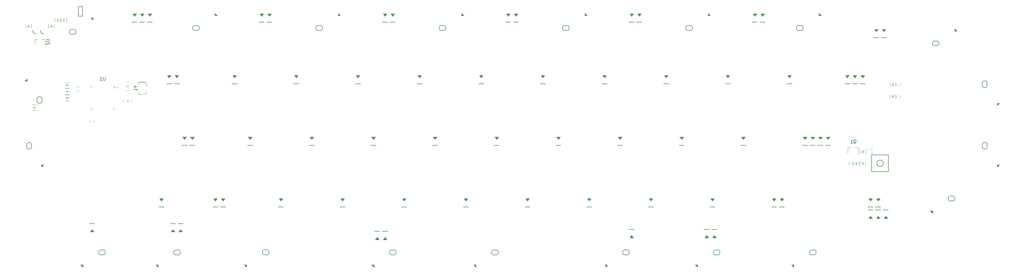
<source format=gbr>
%TF.GenerationSoftware,KiCad,Pcbnew,(5.1.11)-1*%
%TF.CreationDate,2022-07-12T18:19:22+07:00*%
%TF.ProjectId,Malenia,4d616c65-6e69-4612-9e6b-696361645f70,rev?*%
%TF.SameCoordinates,Original*%
%TF.FileFunction,Legend,Bot*%
%TF.FilePolarity,Positive*%
%FSLAX46Y46*%
G04 Gerber Fmt 4.6, Leading zero omitted, Abs format (unit mm)*
G04 Created by KiCad (PCBNEW (5.1.11)-1) date 2022-07-12 18:19:22*
%MOMM*%
%LPD*%
G01*
G04 APERTURE LIST*
%ADD10C,0.120000*%
%ADD11C,0.100000*%
%ADD12C,0.150000*%
G04 APERTURE END LIST*
D10*
%TO.C,R13*%
X297720000Y-61400000D02*
X297720000Y-62600000D01*
X299480000Y-62600000D02*
X299480000Y-61400000D01*
D11*
X298800000Y-61850000D02*
X298400000Y-61750000D01*
X298400000Y-61950000D02*
X298800000Y-61850000D01*
X298400000Y-62150000D02*
X298800000Y-62050000D01*
X298400000Y-62350000D02*
X298800000Y-62250000D01*
X298800000Y-62250000D02*
X298400000Y-62150000D01*
X298400000Y-61750000D02*
X298800000Y-61650000D01*
X298800000Y-62050000D02*
X298400000Y-61950000D01*
D10*
%TO.C,R12*%
X297720000Y-65000000D02*
X297720000Y-66200000D01*
X299480000Y-66200000D02*
X299480000Y-65000000D01*
D11*
X298800000Y-65450000D02*
X298400000Y-65350000D01*
X298400000Y-65550000D02*
X298800000Y-65450000D01*
X298400000Y-65750000D02*
X298800000Y-65650000D01*
X298400000Y-65950000D02*
X298800000Y-65850000D01*
X298800000Y-65850000D02*
X298400000Y-65750000D01*
X298400000Y-65350000D02*
X298800000Y-65250000D01*
X298800000Y-65650000D02*
X298400000Y-65550000D01*
D10*
%TO.C,C12*%
X299800000Y-61650000D02*
X299800000Y-62350000D01*
X301000000Y-62350000D02*
X301000000Y-61650000D01*
%TO.C,C11*%
X299800000Y-65250000D02*
X299800000Y-65950000D01*
X301000000Y-65950000D02*
X301000000Y-65250000D01*
%TO.C,C10*%
X284972790Y-85970355D02*
X284972790Y-86670355D01*
X286172790Y-86670355D02*
X286172790Y-85970355D01*
%TO.C,Q1*%
X287996215Y-83850000D02*
X287996215Y-81450000D01*
X287996215Y-81450000D02*
X286946215Y-81450000D01*
X284696215Y-83250000D02*
X284696215Y-81450000D01*
X284696215Y-81450000D02*
X285746215Y-81450000D01*
%TO.C,R11*%
X32737340Y-69936220D02*
X33937340Y-69936220D01*
X33937340Y-68176220D02*
X32737340Y-68176220D01*
D11*
X33187340Y-68856220D02*
X33087340Y-69256220D01*
X33287340Y-69256220D02*
X33187340Y-68856220D01*
X33487340Y-69256220D02*
X33387340Y-68856220D01*
X33687340Y-69256220D02*
X33587340Y-68856220D01*
X33587340Y-68856220D02*
X33487340Y-69256220D01*
X33087340Y-69256220D02*
X32987340Y-68856220D01*
X33387340Y-68856220D02*
X33287340Y-69256220D01*
D12*
%TO.C,D95*%
X32486280Y-81393940D02*
X32486280Y-80393940D01*
X31986280Y-79893940D02*
X31486280Y-79893940D01*
X30986280Y-80393940D02*
X30986280Y-81393940D01*
X31486280Y-81893940D02*
X31986280Y-81893940D01*
D11*
G36*
X35536280Y-87543940D02*
G01*
X35536280Y-86743940D01*
X36336280Y-86743940D01*
X35536280Y-87543940D01*
G37*
X35536280Y-87543940D02*
X35536280Y-86743940D01*
X36336280Y-86743940D01*
X35536280Y-87543940D01*
D12*
X31486280Y-79893940D02*
G75*
G03*
X30986280Y-80393940I0J-500000D01*
G01*
X30986280Y-81393940D02*
G75*
G03*
X31486280Y-81893940I500000J0D01*
G01*
X31986280Y-81893940D02*
G75*
G03*
X32486280Y-81393940I0J500000D01*
G01*
X32486280Y-80393940D02*
G75*
G03*
X31986280Y-79893940I-500000J0D01*
G01*
%TO.C,D94*%
X53741045Y-114640950D02*
X54741045Y-114640950D01*
X55241045Y-114140950D02*
X55241045Y-113640950D01*
X54741045Y-113140950D02*
X53741045Y-113140950D01*
X53241045Y-113640950D02*
X53241045Y-114140950D01*
D11*
G36*
X47591045Y-117690950D02*
G01*
X48391045Y-117690950D01*
X48391045Y-118490950D01*
X47591045Y-117690950D01*
G37*
X47591045Y-117690950D02*
X48391045Y-117690950D01*
X48391045Y-118490950D01*
X47591045Y-117690950D01*
D12*
X55241045Y-113640950D02*
G75*
G03*
X54741045Y-113140950I-500000J0D01*
G01*
X53741045Y-113140950D02*
G75*
G03*
X53241045Y-113640950I0J-500000D01*
G01*
X53241045Y-114140950D02*
G75*
G03*
X53741045Y-114640950I500000J0D01*
G01*
X54741045Y-114640950D02*
G75*
G03*
X55241045Y-114140950I0J500000D01*
G01*
%TO.C,D93*%
X76958330Y-114640950D02*
X77958330Y-114640950D01*
X78458330Y-114140950D02*
X78458330Y-113640950D01*
X77958330Y-113140950D02*
X76958330Y-113140950D01*
X76458330Y-113640950D02*
X76458330Y-114140950D01*
D11*
G36*
X70808330Y-117690950D02*
G01*
X71608330Y-117690950D01*
X71608330Y-118490950D01*
X70808330Y-117690950D01*
G37*
X70808330Y-117690950D02*
X71608330Y-117690950D01*
X71608330Y-118490950D01*
X70808330Y-117690950D01*
D12*
X78458330Y-113640950D02*
G75*
G03*
X77958330Y-113140950I-500000J0D01*
G01*
X76958330Y-113140950D02*
G75*
G03*
X76458330Y-113640950I0J-500000D01*
G01*
X76458330Y-114140950D02*
G75*
G03*
X76958330Y-114640950I500000J0D01*
G01*
X77958330Y-114640950D02*
G75*
G03*
X78458330Y-114140950I0J500000D01*
G01*
D11*
%TO.C,D92*%
G36*
X98192820Y-117690950D02*
G01*
X98992820Y-117690950D01*
X98992820Y-118490950D01*
X98192820Y-117690950D01*
G37*
X98192820Y-117690950D02*
X98992820Y-117690950D01*
X98992820Y-118490950D01*
X98192820Y-117690950D01*
D12*
X103842820Y-113640950D02*
X103842820Y-114140950D01*
X105342820Y-113140950D02*
X104342820Y-113140950D01*
X105842820Y-114140950D02*
X105842820Y-113640950D01*
X104342820Y-114640950D02*
X105342820Y-114640950D01*
X105342820Y-114640950D02*
G75*
G03*
X105842820Y-114140950I0J500000D01*
G01*
X103842820Y-114140950D02*
G75*
G03*
X104342820Y-114640950I500000J0D01*
G01*
X104342820Y-113140950D02*
G75*
G03*
X103842820Y-113640950I0J-500000D01*
G01*
X105842820Y-113640950D02*
G75*
G03*
X105342820Y-113140950I-500000J0D01*
G01*
D11*
%TO.C,D91*%
G36*
X137483610Y-117690950D02*
G01*
X138283610Y-117690950D01*
X138283610Y-118490950D01*
X137483610Y-117690950D01*
G37*
X137483610Y-117690950D02*
X138283610Y-117690950D01*
X138283610Y-118490950D01*
X137483610Y-117690950D01*
D12*
X143133610Y-113640950D02*
X143133610Y-114140950D01*
X144633610Y-113140950D02*
X143633610Y-113140950D01*
X145133610Y-114140950D02*
X145133610Y-113640950D01*
X143633610Y-114640950D02*
X144633610Y-114640950D01*
X144633610Y-114640950D02*
G75*
G03*
X145133610Y-114140950I0J500000D01*
G01*
X143133610Y-114140950D02*
G75*
G03*
X143633610Y-114640950I500000J0D01*
G01*
X143633610Y-113140950D02*
G75*
G03*
X143133610Y-113640950I0J-500000D01*
G01*
X145133610Y-113640950D02*
G75*
G03*
X144633610Y-113140950I-500000J0D01*
G01*
D11*
%TO.C,D90*%
G36*
X169035305Y-117690950D02*
G01*
X169835305Y-117690950D01*
X169835305Y-118490950D01*
X169035305Y-117690950D01*
G37*
X169035305Y-117690950D02*
X169835305Y-117690950D01*
X169835305Y-118490950D01*
X169035305Y-117690950D01*
D12*
X174685305Y-113640950D02*
X174685305Y-114140950D01*
X176185305Y-113140950D02*
X175185305Y-113140950D01*
X176685305Y-114140950D02*
X176685305Y-113640950D01*
X175185305Y-114640950D02*
X176185305Y-114640950D01*
X176185305Y-114640950D02*
G75*
G03*
X176685305Y-114140950I0J500000D01*
G01*
X174685305Y-114140950D02*
G75*
G03*
X175185305Y-114640950I500000J0D01*
G01*
X175185305Y-113140950D02*
G75*
G03*
X174685305Y-113640950I0J-500000D01*
G01*
X176685305Y-113640950D02*
G75*
G03*
X176185305Y-113140950I-500000J0D01*
G01*
D11*
%TO.C,D89*%
G36*
X209516725Y-117690950D02*
G01*
X210316725Y-117690950D01*
X210316725Y-118490950D01*
X209516725Y-117690950D01*
G37*
X209516725Y-117690950D02*
X210316725Y-117690950D01*
X210316725Y-118490950D01*
X209516725Y-117690950D01*
D12*
X215166725Y-113640950D02*
X215166725Y-114140950D01*
X216666725Y-113140950D02*
X215666725Y-113140950D01*
X217166725Y-114140950D02*
X217166725Y-113640950D01*
X215666725Y-114640950D02*
X216666725Y-114640950D01*
X216666725Y-114640950D02*
G75*
G03*
X217166725Y-114140950I0J500000D01*
G01*
X215166725Y-114140950D02*
G75*
G03*
X215666725Y-114640950I500000J0D01*
G01*
X215666725Y-113140950D02*
G75*
G03*
X215166725Y-113640950I0J-500000D01*
G01*
X217166725Y-113640950D02*
G75*
G03*
X216666725Y-113140950I-500000J0D01*
G01*
D11*
%TO.C,D88*%
G36*
X237497570Y-117690950D02*
G01*
X238297570Y-117690950D01*
X238297570Y-118490950D01*
X237497570Y-117690950D01*
G37*
X237497570Y-117690950D02*
X238297570Y-117690950D01*
X238297570Y-118490950D01*
X237497570Y-117690950D01*
D12*
X243147570Y-113640950D02*
X243147570Y-114140950D01*
X244647570Y-113140950D02*
X243647570Y-113140950D01*
X245147570Y-114140950D02*
X245147570Y-113640950D01*
X243647570Y-114640950D02*
X244647570Y-114640950D01*
X244647570Y-114640950D02*
G75*
G03*
X245147570Y-114140950I0J500000D01*
G01*
X243147570Y-114140950D02*
G75*
G03*
X243647570Y-114640950I500000J0D01*
G01*
X243647570Y-113140950D02*
G75*
G03*
X243147570Y-113640950I0J-500000D01*
G01*
X245147570Y-113640950D02*
G75*
G03*
X244647570Y-113140950I-500000J0D01*
G01*
D11*
%TO.C,D87*%
G36*
X267263320Y-117690950D02*
G01*
X268063320Y-117690950D01*
X268063320Y-118490950D01*
X267263320Y-117690950D01*
G37*
X267263320Y-117690950D02*
X268063320Y-117690950D01*
X268063320Y-118490950D01*
X267263320Y-117690950D01*
D12*
X272913320Y-113640950D02*
X272913320Y-114140950D01*
X274413320Y-113140950D02*
X273413320Y-113140950D01*
X274913320Y-114140950D02*
X274913320Y-113640950D01*
X273413320Y-114640950D02*
X274413320Y-114640950D01*
X274413320Y-114640950D02*
G75*
G03*
X274913320Y-114140950I0J500000D01*
G01*
X272913320Y-114140950D02*
G75*
G03*
X273413320Y-114640950I500000J0D01*
G01*
X273413320Y-113140950D02*
G75*
G03*
X272913320Y-113640950I0J-500000D01*
G01*
X274913320Y-113640950D02*
G75*
G03*
X274413320Y-113140950I-500000J0D01*
G01*
D11*
%TO.C,D86*%
G36*
X310124960Y-101022130D02*
G01*
X310924960Y-101022130D01*
X310924960Y-101822130D01*
X310124960Y-101022130D01*
G37*
X310124960Y-101022130D02*
X310924960Y-101022130D01*
X310924960Y-101822130D01*
X310124960Y-101022130D01*
D12*
X315774960Y-96972130D02*
X315774960Y-97472130D01*
X317274960Y-96472130D02*
X316274960Y-96472130D01*
X317774960Y-97472130D02*
X317774960Y-96972130D01*
X316274960Y-97972130D02*
X317274960Y-97972130D01*
X317274960Y-97972130D02*
G75*
G03*
X317774960Y-97472130I0J500000D01*
G01*
X315774960Y-97472130D02*
G75*
G03*
X316274960Y-97972130I500000J0D01*
G01*
X316274960Y-96472130D02*
G75*
G03*
X315774960Y-96972130I0J-500000D01*
G01*
X317774960Y-96972130D02*
G75*
G03*
X317274960Y-96472130I-500000J0D01*
G01*
D11*
%TO.C,D85*%
G36*
X330812520Y-87543940D02*
G01*
X330812520Y-86743940D01*
X331612520Y-86743940D01*
X330812520Y-87543940D01*
G37*
X330812520Y-87543940D02*
X330812520Y-86743940D01*
X331612520Y-86743940D01*
X330812520Y-87543940D01*
D12*
X326762520Y-81893940D02*
X327262520Y-81893940D01*
X326262520Y-80393940D02*
X326262520Y-81393940D01*
X327262520Y-79893940D02*
X326762520Y-79893940D01*
X327762520Y-81393940D02*
X327762520Y-80393940D01*
X327762520Y-80393940D02*
G75*
G03*
X327262520Y-79893940I-500000J0D01*
G01*
X327262520Y-81893940D02*
G75*
G03*
X327762520Y-81393940I0J500000D01*
G01*
X326262520Y-81393940D02*
G75*
G03*
X326762520Y-81893940I500000J0D01*
G01*
X326762520Y-79893940D02*
G75*
G03*
X326262520Y-80393940I0J-500000D01*
G01*
D11*
%TO.C,D84*%
G36*
X330812520Y-68493860D02*
G01*
X330812520Y-67693860D01*
X331612520Y-67693860D01*
X330812520Y-68493860D01*
G37*
X330812520Y-68493860D02*
X330812520Y-67693860D01*
X331612520Y-67693860D01*
X330812520Y-68493860D01*
D12*
X326762520Y-62843860D02*
X327262520Y-62843860D01*
X326262520Y-61343860D02*
X326262520Y-62343860D01*
X327262520Y-60843860D02*
X326762520Y-60843860D01*
X327762520Y-62343860D02*
X327762520Y-61343860D01*
X327762520Y-61343860D02*
G75*
G03*
X327262520Y-60843860I-500000J0D01*
G01*
X327262520Y-62843860D02*
G75*
G03*
X327762520Y-62343860I0J500000D01*
G01*
X326262520Y-62343860D02*
G75*
G03*
X326762520Y-62843860I500000J0D01*
G01*
X326762520Y-60843860D02*
G75*
G03*
X326262520Y-61343860I0J-500000D01*
G01*
D11*
%TO.C,D83*%
G36*
X318524960Y-45425040D02*
G01*
X317724960Y-45425040D01*
X317724960Y-44625040D01*
X318524960Y-45425040D01*
G37*
X318524960Y-45425040D02*
X317724960Y-45425040D01*
X317724960Y-44625040D01*
X318524960Y-45425040D01*
D12*
X312874960Y-49475040D02*
X312874960Y-48975040D01*
X311374960Y-49975040D02*
X312374960Y-49975040D01*
X310874960Y-48975040D02*
X310874960Y-49475040D01*
X312374960Y-48475040D02*
X311374960Y-48475040D01*
X311374960Y-48475040D02*
G75*
G03*
X310874960Y-48975040I0J-500000D01*
G01*
X312874960Y-48975040D02*
G75*
G03*
X312374960Y-48475040I-500000J0D01*
G01*
X312374960Y-49975040D02*
G75*
G03*
X312874960Y-49475040I0J500000D01*
G01*
X310874960Y-49475040D02*
G75*
G03*
X311374960Y-49975040I500000J0D01*
G01*
D11*
%TO.C,D82*%
G36*
X276556586Y-40662288D02*
G01*
X275756586Y-40662288D01*
X275756586Y-39862288D01*
X276556586Y-40662288D01*
G37*
X276556586Y-40662288D02*
X275756586Y-40662288D01*
X275756586Y-39862288D01*
X276556586Y-40662288D01*
D12*
X270906586Y-44712288D02*
X270906586Y-44212288D01*
X269406586Y-45212288D02*
X270406586Y-45212288D01*
X268906586Y-44212288D02*
X268906586Y-44712288D01*
X270406586Y-43712288D02*
X269406586Y-43712288D01*
X269406586Y-43712288D02*
G75*
G03*
X268906586Y-44212288I0J-500000D01*
G01*
X270906586Y-44212288D02*
G75*
G03*
X270406586Y-43712288I-500000J0D01*
G01*
X270406586Y-45212288D02*
G75*
G03*
X270906586Y-44712288I0J500000D01*
G01*
X268906586Y-44712288D02*
G75*
G03*
X269406586Y-45212288I500000J0D01*
G01*
D11*
%TO.C,D81*%
G36*
X242324940Y-40662280D02*
G01*
X241524940Y-40662280D01*
X241524940Y-39862280D01*
X242324940Y-40662280D01*
G37*
X242324940Y-40662280D02*
X241524940Y-40662280D01*
X241524940Y-39862280D01*
X242324940Y-40662280D01*
D12*
X236674940Y-44712280D02*
X236674940Y-44212280D01*
X235174940Y-45212280D02*
X236174940Y-45212280D01*
X234674940Y-44212280D02*
X234674940Y-44712280D01*
X236174940Y-43712280D02*
X235174940Y-43712280D01*
X235174940Y-43712280D02*
G75*
G03*
X234674940Y-44212280I0J-500000D01*
G01*
X236674940Y-44212280D02*
G75*
G03*
X236174940Y-43712280I-500000J0D01*
G01*
X236174940Y-45212280D02*
G75*
G03*
X236674940Y-44712280I0J500000D01*
G01*
X234674940Y-44712280D02*
G75*
G03*
X235174940Y-45212280I500000J0D01*
G01*
D11*
%TO.C,D80*%
G36*
X204224940Y-40662280D02*
G01*
X203424940Y-40662280D01*
X203424940Y-39862280D01*
X204224940Y-40662280D01*
G37*
X204224940Y-40662280D02*
X203424940Y-40662280D01*
X203424940Y-39862280D01*
X204224940Y-40662280D01*
D12*
X198574940Y-44712280D02*
X198574940Y-44212280D01*
X197074940Y-45212280D02*
X198074940Y-45212280D01*
X196574940Y-44212280D02*
X196574940Y-44712280D01*
X198074940Y-43712280D02*
X197074940Y-43712280D01*
X197074940Y-43712280D02*
G75*
G03*
X196574940Y-44212280I0J-500000D01*
G01*
X198574940Y-44212280D02*
G75*
G03*
X198074940Y-43712280I-500000J0D01*
G01*
X198074940Y-45212280D02*
G75*
G03*
X198574940Y-44712280I0J500000D01*
G01*
X196574940Y-44712280D02*
G75*
G03*
X197074940Y-45212280I500000J0D01*
G01*
D11*
%TO.C,D79*%
G36*
X166124940Y-40662280D02*
G01*
X165324940Y-40662280D01*
X165324940Y-39862280D01*
X166124940Y-40662280D01*
G37*
X166124940Y-40662280D02*
X165324940Y-40662280D01*
X165324940Y-39862280D01*
X166124940Y-40662280D01*
D12*
X160474940Y-44712280D02*
X160474940Y-44212280D01*
X158974940Y-45212280D02*
X159974940Y-45212280D01*
X158474940Y-44212280D02*
X158474940Y-44712280D01*
X159974940Y-43712280D02*
X158974940Y-43712280D01*
X158974940Y-43712280D02*
G75*
G03*
X158474940Y-44212280I0J-500000D01*
G01*
X160474940Y-44212280D02*
G75*
G03*
X159974940Y-43712280I-500000J0D01*
G01*
X159974940Y-45212280D02*
G75*
G03*
X160474940Y-44712280I0J500000D01*
G01*
X158474940Y-44712280D02*
G75*
G03*
X158974940Y-45212280I500000J0D01*
G01*
D11*
%TO.C,D78*%
G36*
X128024940Y-40662280D02*
G01*
X127224940Y-40662280D01*
X127224940Y-39862280D01*
X128024940Y-40662280D01*
G37*
X128024940Y-40662280D02*
X127224940Y-40662280D01*
X127224940Y-39862280D01*
X128024940Y-40662280D01*
D12*
X122374940Y-44712280D02*
X122374940Y-44212280D01*
X120874940Y-45212280D02*
X121874940Y-45212280D01*
X120374940Y-44212280D02*
X120374940Y-44712280D01*
X121874940Y-43712280D02*
X120874940Y-43712280D01*
X120874940Y-43712280D02*
G75*
G03*
X120374940Y-44212280I0J-500000D01*
G01*
X122374940Y-44212280D02*
G75*
G03*
X121874940Y-43712280I-500000J0D01*
G01*
X121874940Y-45212280D02*
G75*
G03*
X122374940Y-44712280I0J500000D01*
G01*
X120374940Y-44712280D02*
G75*
G03*
X120874940Y-45212280I500000J0D01*
G01*
D11*
%TO.C,D77*%
G36*
X89924940Y-40662280D02*
G01*
X89124940Y-40662280D01*
X89124940Y-39862280D01*
X89924940Y-40662280D01*
G37*
X89924940Y-40662280D02*
X89124940Y-40662280D01*
X89124940Y-39862280D01*
X89924940Y-40662280D01*
D12*
X84274940Y-44712280D02*
X84274940Y-44212280D01*
X82774940Y-45212280D02*
X83774940Y-45212280D01*
X82274940Y-44212280D02*
X82274940Y-44712280D01*
X83774940Y-43712280D02*
X82774940Y-43712280D01*
X82774940Y-43712280D02*
G75*
G03*
X82274940Y-44212280I0J-500000D01*
G01*
X84274940Y-44212280D02*
G75*
G03*
X83774940Y-43712280I-500000J0D01*
G01*
X83774940Y-45212280D02*
G75*
G03*
X84274940Y-44712280I0J500000D01*
G01*
X82274940Y-44712280D02*
G75*
G03*
X82774940Y-45212280I500000J0D01*
G01*
D11*
%TO.C,D76*%
G36*
X51825056Y-41853160D02*
G01*
X51025056Y-41853160D01*
X51025056Y-41053160D01*
X51825056Y-41853160D01*
G37*
X51825056Y-41853160D02*
X51025056Y-41853160D01*
X51025056Y-41053160D01*
X51825056Y-41853160D01*
D12*
X46175056Y-45903160D02*
X46175056Y-45403160D01*
X44675056Y-46403160D02*
X45675056Y-46403160D01*
X44175056Y-45403160D02*
X44175056Y-45903160D01*
X45675056Y-44903160D02*
X44675056Y-44903160D01*
X44675056Y-44903160D02*
G75*
G03*
X44175056Y-45403160I0J-500000D01*
G01*
X46175056Y-45403160D02*
G75*
G03*
X45675056Y-44903160I-500000J0D01*
G01*
X45675056Y-46403160D02*
G75*
G03*
X46175056Y-45903160I0J500000D01*
G01*
X44175056Y-45903160D02*
G75*
G03*
X44675056Y-46403160I500000J0D01*
G01*
D11*
%TO.C,D75*%
G36*
X31137220Y-60093620D02*
G01*
X31137220Y-60893620D01*
X30337220Y-60893620D01*
X31137220Y-60093620D01*
G37*
X31137220Y-60093620D02*
X31137220Y-60893620D01*
X30337220Y-60893620D01*
X31137220Y-60093620D01*
D12*
X35187220Y-65743620D02*
X34687220Y-65743620D01*
X35687220Y-67243620D02*
X35687220Y-66243620D01*
X34687220Y-67743620D02*
X35187220Y-67743620D01*
X34187220Y-66243620D02*
X34187220Y-67243620D01*
X34187220Y-67243620D02*
G75*
G03*
X34687220Y-67743620I500000J0D01*
G01*
X34687220Y-65743620D02*
G75*
G03*
X34187220Y-66243620I0J-500000D01*
G01*
X35687220Y-66243620D02*
G75*
G03*
X35187220Y-65743620I-500000J0D01*
G01*
X35187220Y-67743620D02*
G75*
G03*
X35687220Y-67243620I0J500000D01*
G01*
D10*
%TO.C,Y1*%
X67875120Y-64903230D02*
X67875120Y-64103230D01*
X65475120Y-64903230D02*
X67475120Y-64903230D01*
X65475120Y-64103230D02*
X65475120Y-64903230D01*
X65475120Y-61303230D02*
X65475120Y-62303230D01*
X67475120Y-61303230D02*
X65475120Y-61303230D01*
X67875120Y-62303230D02*
X67875120Y-61303230D01*
X67875120Y-62303230D02*
X68275120Y-62303230D01*
X65475120Y-61103230D02*
X67475120Y-61103230D01*
X67475120Y-64903230D02*
X67875120Y-64903230D01*
X67475120Y-61303230D02*
X67875120Y-61303230D01*
X67475120Y-61103230D02*
X67875120Y-61103230D01*
%TO.C,R10*%
X44070535Y-61199686D02*
X42870535Y-61199686D01*
X42870535Y-62959686D02*
X44070535Y-62959686D01*
D11*
X43620535Y-62279686D02*
X43720535Y-61879686D01*
X43520535Y-61879686D02*
X43620535Y-62279686D01*
X43320535Y-61879686D02*
X43420535Y-62279686D01*
X43120535Y-61879686D02*
X43220535Y-62279686D01*
X43220535Y-62279686D02*
X43320535Y-61879686D01*
X43720535Y-61879686D02*
X43820535Y-62279686D01*
X43420535Y-62279686D02*
X43520535Y-61879686D01*
D12*
%TO.C,D73*%
X244282475Y-106742485D02*
X242682475Y-106742485D01*
D11*
G36*
X243482475Y-108542485D02*
G01*
X242882475Y-109342485D01*
X244082475Y-109342485D01*
X243482475Y-108542485D01*
G37*
X243482475Y-108542485D02*
X242882475Y-109342485D01*
X244082475Y-109342485D01*
X243482475Y-108542485D01*
D12*
%TO.C,D68*%
X297266710Y-100789335D02*
X295666710Y-100789335D01*
D11*
G36*
X296466710Y-102589335D02*
G01*
X295866710Y-103389335D01*
X297066710Y-103389335D01*
X296466710Y-102589335D01*
G37*
X296466710Y-102589335D02*
X295866710Y-103389335D01*
X297066710Y-103389335D01*
X296466710Y-102589335D01*
D12*
%TO.C,D67*%
X294885450Y-100789335D02*
X293285450Y-100789335D01*
D11*
G36*
X294085450Y-102589335D02*
G01*
X293485450Y-103389335D01*
X294685450Y-103389335D01*
X294085450Y-102589335D01*
G37*
X294085450Y-102589335D02*
X293485450Y-103389335D01*
X294685450Y-103389335D01*
X294085450Y-102589335D01*
D12*
%TO.C,D66*%
X292504050Y-100789175D02*
X290904050Y-100789175D01*
D11*
G36*
X291704050Y-102589175D02*
G01*
X291104050Y-103389175D01*
X292304050Y-103389175D01*
X291704050Y-102589175D01*
G37*
X291704050Y-102589175D02*
X291104050Y-103389175D01*
X292304050Y-103389175D01*
X291704050Y-102589175D01*
D12*
%TO.C,D65*%
X241901215Y-106742485D02*
X240301215Y-106742485D01*
D11*
G36*
X241101215Y-108542485D02*
G01*
X240501215Y-109342485D01*
X241701215Y-109342485D01*
X241101215Y-108542485D01*
G37*
X241101215Y-108542485D02*
X240501215Y-109342485D01*
X241701215Y-109342485D01*
X241101215Y-108542485D01*
D12*
%TO.C,D63*%
X218683930Y-106742485D02*
X217083930Y-106742485D01*
D11*
G36*
X217883930Y-108542485D02*
G01*
X217283930Y-109342485D01*
X218483930Y-109342485D01*
X217883930Y-108542485D01*
G37*
X217883930Y-108542485D02*
X217283930Y-109342485D01*
X218483930Y-109342485D01*
X217883930Y-108542485D01*
D12*
%TO.C,D62*%
X142483610Y-107337800D02*
X140883610Y-107337800D01*
D11*
G36*
X141683610Y-109137800D02*
G01*
X141083610Y-109937800D01*
X142283610Y-109937800D01*
X141683610Y-109137800D01*
G37*
X141683610Y-109137800D02*
X141083610Y-109937800D01*
X142283610Y-109937800D01*
X141683610Y-109137800D01*
D12*
%TO.C,D61*%
X140102350Y-107337800D02*
X138502350Y-107337800D01*
D11*
G36*
X139302350Y-109137800D02*
G01*
X138702350Y-109937800D01*
X139902350Y-109937800D01*
X139302350Y-109137800D01*
G37*
X139302350Y-109137800D02*
X138702350Y-109937800D01*
X139902350Y-109937800D01*
X139302350Y-109137800D01*
D12*
%TO.C,D59*%
X79381420Y-104956540D02*
X77781420Y-104956540D01*
D11*
G36*
X78581420Y-106756540D02*
G01*
X77981420Y-107556540D01*
X79181420Y-107556540D01*
X78581420Y-106756540D01*
G37*
X78581420Y-106756540D02*
X77981420Y-107556540D01*
X79181420Y-107556540D01*
X78581420Y-106756540D01*
D12*
%TO.C,D58*%
X77000160Y-104956540D02*
X75400160Y-104956540D01*
D11*
G36*
X76200160Y-106756540D02*
G01*
X75600160Y-107556540D01*
X76800160Y-107556540D01*
X76200160Y-106756540D01*
G37*
X76200160Y-106756540D02*
X75600160Y-107556540D01*
X76800160Y-107556540D01*
X76200160Y-106756540D01*
D12*
%TO.C,D57*%
X293285450Y-99831500D02*
X294885450Y-99831500D01*
D11*
G36*
X294085450Y-98031500D02*
G01*
X294685450Y-97231500D01*
X293485450Y-97231500D01*
X294085450Y-98031500D01*
G37*
X294085450Y-98031500D02*
X294685450Y-97231500D01*
X293485450Y-97231500D01*
X294085450Y-98031500D01*
D12*
%TO.C,D55*%
X290904190Y-99831500D02*
X292504190Y-99831500D01*
D11*
G36*
X291704190Y-98031500D02*
G01*
X292304190Y-97231500D01*
X291104190Y-97231500D01*
X291704190Y-98031500D01*
G37*
X291704190Y-98031500D02*
X292304190Y-97231500D01*
X291104190Y-97231500D01*
X291704190Y-98031500D01*
D12*
%TO.C,D54*%
X263519700Y-99831500D02*
X265119700Y-99831500D01*
D11*
G36*
X264319700Y-98031500D02*
G01*
X264919700Y-97231500D01*
X263719700Y-97231500D01*
X264319700Y-98031500D01*
G37*
X264319700Y-98031500D02*
X264919700Y-97231500D01*
X263719700Y-97231500D01*
X264319700Y-98031500D01*
D12*
%TO.C,D46*%
X108737800Y-99831500D02*
X110337800Y-99831500D01*
D11*
G36*
X109537800Y-98031500D02*
G01*
X110137800Y-97231500D01*
X108937800Y-97231500D01*
X109537800Y-98031500D01*
G37*
X109537800Y-98031500D02*
X110137800Y-97231500D01*
X108937800Y-97231500D01*
X109537800Y-98031500D01*
D12*
%TO.C,D42*%
X277807260Y-80781420D02*
X279407260Y-80781420D01*
D11*
G36*
X278607260Y-78981420D02*
G01*
X279207260Y-78181420D01*
X278007260Y-78181420D01*
X278607260Y-78981420D01*
G37*
X278607260Y-78981420D02*
X279207260Y-78181420D01*
X278007260Y-78181420D01*
X278607260Y-78981420D01*
D12*
%TO.C,D41*%
X288522930Y-61731340D02*
X290122930Y-61731340D01*
D11*
G36*
X289322930Y-59931340D02*
G01*
X289922930Y-59131340D01*
X288722930Y-59131340D01*
X289322930Y-59931340D01*
G37*
X289322930Y-59931340D02*
X289922930Y-59131340D01*
X288722930Y-59131340D01*
X289322930Y-59931340D01*
D12*
%TO.C,D40*%
X295071395Y-47443780D02*
X296671395Y-47443780D01*
D11*
G36*
X295871395Y-45643780D02*
G01*
X296471395Y-44843780D01*
X295271395Y-44843780D01*
X295871395Y-45643780D01*
G37*
X295871395Y-45643780D02*
X296471395Y-44843780D01*
X295271395Y-44843780D01*
X295871395Y-45643780D01*
D12*
%TO.C,D39*%
X275426000Y-80781420D02*
X277026000Y-80781420D01*
D11*
G36*
X276226000Y-78981420D02*
G01*
X276826000Y-78181420D01*
X275626000Y-78181420D01*
X276226000Y-78981420D01*
G37*
X276226000Y-78981420D02*
X276826000Y-78181420D01*
X275626000Y-78181420D01*
X276226000Y-78981420D01*
D12*
%TO.C,D38*%
X286141670Y-61731340D02*
X287741670Y-61731340D01*
D11*
G36*
X286941670Y-59931340D02*
G01*
X287541670Y-59131340D01*
X286341670Y-59131340D01*
X286941670Y-59931340D01*
G37*
X286941670Y-59931340D02*
X287541670Y-59131340D01*
X286341670Y-59131340D01*
X286941670Y-59931340D01*
D12*
%TO.C,D37*%
X292690135Y-47443780D02*
X294290135Y-47443780D01*
D11*
G36*
X293490135Y-45643780D02*
G01*
X294090135Y-44843780D01*
X292890135Y-44843780D01*
X293490135Y-45643780D01*
G37*
X293490135Y-45643780D02*
X294090135Y-44843780D01*
X292890135Y-44843780D01*
X293490135Y-45643780D01*
D12*
%TO.C,D36*%
X273044740Y-80781420D02*
X274644740Y-80781420D01*
D11*
G36*
X273844740Y-78981420D02*
G01*
X274444740Y-78181420D01*
X273244740Y-78181420D01*
X273844740Y-78981420D01*
G37*
X273844740Y-78981420D02*
X274444740Y-78181420D01*
X273244740Y-78181420D01*
X273844740Y-78981420D01*
D12*
%TO.C,D7*%
X68256380Y-42681260D02*
X69856380Y-42681260D01*
D11*
G36*
X69056380Y-40881260D02*
G01*
X69656380Y-40081260D01*
X68456380Y-40081260D01*
X69056380Y-40881260D01*
G37*
X69056380Y-40881260D02*
X69656380Y-40081260D01*
X68456380Y-40081260D01*
X69056380Y-40881260D01*
D12*
%TO.C,D5*%
X76590790Y-61731340D02*
X78190790Y-61731340D01*
D11*
G36*
X77390790Y-59931340D02*
G01*
X77990790Y-59131340D01*
X76790790Y-59131340D01*
X77390790Y-59931340D01*
G37*
X77390790Y-59931340D02*
X77990790Y-59131340D01*
X76790790Y-59131340D01*
X77390790Y-59931340D01*
D12*
%TO.C,D2*%
X74209530Y-61731340D02*
X75809530Y-61731340D01*
D11*
G36*
X75009530Y-59931340D02*
G01*
X75609530Y-59131340D01*
X74409530Y-59131340D01*
X75009530Y-59931340D01*
G37*
X75009530Y-59931340D02*
X75609530Y-59131340D01*
X74409530Y-59131340D01*
X75009530Y-59931340D01*
D12*
%TO.C,SW1*%
X292080625Y-88920355D02*
X297280625Y-88920355D01*
X297280625Y-88920355D02*
X297280625Y-83720355D01*
X297280625Y-83720355D02*
X292080625Y-83720355D01*
X292080625Y-83720355D02*
X292080625Y-88920355D01*
X295680625Y-86320355D02*
G75*
G03*
X295680625Y-86320355I-1000000J0D01*
G01*
D11*
%TO.C,R5*%
X287122790Y-86270355D02*
X287522790Y-86370355D01*
X287522790Y-86570355D02*
X287122790Y-86670355D01*
X287122790Y-86070355D02*
X287522790Y-86170355D01*
X287522790Y-85970355D02*
X287122790Y-86070355D01*
X287522790Y-86170355D02*
X287122790Y-86270355D01*
X287522790Y-86370355D02*
X287122790Y-86470355D01*
X287122790Y-86470355D02*
X287522790Y-86570355D01*
D10*
X286442790Y-85720355D02*
X286442790Y-86920355D01*
X288202790Y-86920355D02*
X288202790Y-85720355D01*
D11*
%TO.C,R4*%
X289522790Y-86370355D02*
X289122790Y-86270355D01*
X289122790Y-86070355D02*
X289522790Y-85970355D01*
X289522790Y-86570355D02*
X289122790Y-86470355D01*
X289122790Y-86670355D02*
X289522790Y-86570355D01*
X289122790Y-86470355D02*
X289522790Y-86370355D01*
X289122790Y-86270355D02*
X289522790Y-86170355D01*
X289522790Y-86170355D02*
X289122790Y-86070355D01*
D10*
X290202790Y-86920355D02*
X290202790Y-85720355D01*
X288442790Y-85720355D02*
X288442790Y-86920355D01*
D11*
%TO.C,R3*%
X289522790Y-82798465D02*
X289122790Y-82698465D01*
X289122790Y-82498465D02*
X289522790Y-82398465D01*
X289522790Y-82998465D02*
X289122790Y-82898465D01*
X289122790Y-83098465D02*
X289522790Y-82998465D01*
X289122790Y-82898465D02*
X289522790Y-82798465D01*
X289122790Y-82698465D02*
X289522790Y-82598465D01*
X289522790Y-82598465D02*
X289122790Y-82498465D01*
D10*
X290202790Y-83348465D02*
X290202790Y-82148465D01*
X288442790Y-82148465D02*
X288442790Y-83348465D01*
D12*
%TO.C,D72*%
X261138300Y-99831340D02*
X262738300Y-99831340D01*
D11*
G36*
X261938300Y-98031340D02*
G01*
X262538300Y-97231340D01*
X261338300Y-97231340D01*
X261938300Y-98031340D01*
G37*
X261938300Y-98031340D02*
X262538300Y-97231340D01*
X261338300Y-97231340D01*
X261938300Y-98031340D01*
D12*
%TO.C,D71*%
X270662600Y-80781420D02*
X272262600Y-80781420D01*
D11*
G36*
X271462600Y-78981420D02*
G01*
X272062600Y-78181420D01*
X270862600Y-78181420D01*
X271462600Y-78981420D01*
G37*
X271462600Y-78981420D02*
X272062600Y-78181420D01*
X270862600Y-78181420D01*
X271462600Y-78981420D01*
D12*
%TO.C,D70*%
X265900240Y-61731340D02*
X267500240Y-61731340D01*
D11*
G36*
X266700240Y-59931340D02*
G01*
X267300240Y-59131340D01*
X266100240Y-59131340D01*
X266700240Y-59931340D01*
G37*
X266700240Y-59931340D02*
X267300240Y-59131340D01*
X266100240Y-59131340D01*
X266700240Y-59931340D01*
D12*
%TO.C,D56*%
X51996770Y-104956540D02*
X50396770Y-104956540D01*
D11*
G36*
X51196770Y-106756540D02*
G01*
X50596770Y-107556540D01*
X51796770Y-107556540D01*
X51196770Y-106756540D01*
G37*
X51196770Y-106756540D02*
X50596770Y-107556540D01*
X51796770Y-107556540D01*
X51196770Y-106756540D01*
D12*
%TO.C,D53*%
X242088200Y-99831500D02*
X243688200Y-99831500D01*
D11*
G36*
X242888200Y-98031500D02*
G01*
X243488200Y-97231500D01*
X242288200Y-97231500D01*
X242888200Y-98031500D01*
G37*
X242888200Y-98031500D02*
X243488200Y-97231500D01*
X242288200Y-97231500D01*
X242888200Y-98031500D01*
D12*
%TO.C,D52*%
X223038120Y-99831500D02*
X224638120Y-99831500D01*
D11*
G36*
X223838120Y-98031500D02*
G01*
X224438120Y-97231500D01*
X223238120Y-97231500D01*
X223838120Y-98031500D01*
G37*
X223838120Y-98031500D02*
X224438120Y-97231500D01*
X223238120Y-97231500D01*
X223838120Y-98031500D01*
D12*
%TO.C,D51*%
X203988040Y-99831500D02*
X205588040Y-99831500D01*
D11*
G36*
X204788040Y-98031500D02*
G01*
X205388040Y-97231500D01*
X204188040Y-97231500D01*
X204788040Y-98031500D01*
G37*
X204788040Y-98031500D02*
X205388040Y-97231500D01*
X204188040Y-97231500D01*
X204788040Y-98031500D01*
D12*
%TO.C,D50*%
X184937880Y-99831500D02*
X186537880Y-99831500D01*
D11*
G36*
X185737880Y-98031500D02*
G01*
X186337880Y-97231500D01*
X185137880Y-97231500D01*
X185737880Y-98031500D01*
G37*
X185737880Y-98031500D02*
X186337880Y-97231500D01*
X185137880Y-97231500D01*
X185737880Y-98031500D01*
D12*
%TO.C,D49*%
X165887880Y-99831500D02*
X167487880Y-99831500D01*
D11*
G36*
X166687880Y-98031500D02*
G01*
X167287880Y-97231500D01*
X166087880Y-97231500D01*
X166687880Y-98031500D01*
G37*
X166687880Y-98031500D02*
X167287880Y-97231500D01*
X166087880Y-97231500D01*
X166687880Y-98031500D01*
D12*
%TO.C,D48*%
X146837800Y-99831500D02*
X148437800Y-99831500D01*
D11*
G36*
X147637800Y-98031500D02*
G01*
X148237800Y-97231500D01*
X147037800Y-97231500D01*
X147637800Y-98031500D01*
G37*
X147637800Y-98031500D02*
X148237800Y-97231500D01*
X147037800Y-97231500D01*
X147637800Y-98031500D01*
D12*
%TO.C,D47*%
X127787720Y-99831500D02*
X129387720Y-99831500D01*
D11*
G36*
X128587720Y-98031500D02*
G01*
X129187720Y-97231500D01*
X127987720Y-97231500D01*
X128587720Y-98031500D01*
G37*
X128587720Y-98031500D02*
X129187720Y-97231500D01*
X127987720Y-97231500D01*
X128587720Y-98031500D01*
D12*
%TO.C,D45*%
X90878190Y-99831500D02*
X92478190Y-99831500D01*
D11*
G36*
X91678190Y-98031500D02*
G01*
X92278190Y-97231500D01*
X91078190Y-97231500D01*
X91678190Y-98031500D01*
G37*
X91678190Y-98031500D02*
X92278190Y-97231500D01*
X91078190Y-97231500D01*
X91678190Y-98031500D01*
D12*
%TO.C,D44*%
X88496930Y-99831500D02*
X90096930Y-99831500D01*
D11*
G36*
X89296930Y-98031500D02*
G01*
X89896930Y-97231500D01*
X88696930Y-97231500D01*
X89296930Y-98031500D01*
G37*
X89296930Y-98031500D02*
X89896930Y-97231500D01*
X88696930Y-97231500D01*
X89296930Y-98031500D01*
D12*
%TO.C,D43*%
X71828110Y-99831500D02*
X73428110Y-99831500D01*
D11*
G36*
X72628110Y-98031500D02*
G01*
X73228110Y-97231500D01*
X72028110Y-97231500D01*
X72628110Y-98031500D01*
G37*
X72628110Y-98031500D02*
X73228110Y-97231500D01*
X72028110Y-97231500D01*
X72628110Y-98031500D01*
D12*
%TO.C,D35*%
X283760250Y-61731340D02*
X285360250Y-61731340D01*
D11*
G36*
X284560250Y-59931340D02*
G01*
X285160250Y-59131340D01*
X283960250Y-59131340D01*
X284560250Y-59931340D01*
G37*
X284560250Y-59931340D02*
X285160250Y-59131340D01*
X283960250Y-59131340D01*
X284560250Y-59931340D01*
D12*
%TO.C,D33*%
X251612600Y-80781420D02*
X253212600Y-80781420D01*
D11*
G36*
X252412600Y-78981420D02*
G01*
X253012600Y-78181420D01*
X251812600Y-78181420D01*
X252412600Y-78981420D01*
G37*
X252412600Y-78981420D02*
X253012600Y-78181420D01*
X251812600Y-78181420D01*
X252412600Y-78981420D01*
D12*
%TO.C,D32*%
X246850240Y-61731340D02*
X248450240Y-61731340D01*
D11*
G36*
X247650240Y-59931340D02*
G01*
X248250240Y-59131340D01*
X247050240Y-59131340D01*
X247650240Y-59931340D01*
G37*
X247650240Y-59931340D02*
X248250240Y-59131340D01*
X247050240Y-59131340D01*
X247650240Y-59931340D01*
D12*
%TO.C,D30*%
X232562600Y-80781420D02*
X234162600Y-80781420D01*
D11*
G36*
X233362600Y-78981420D02*
G01*
X233962600Y-78181420D01*
X232762600Y-78181420D01*
X233362600Y-78981420D01*
G37*
X233362600Y-78981420D02*
X233962600Y-78181420D01*
X232762600Y-78181420D01*
X233362600Y-78981420D01*
D12*
%TO.C,D29*%
X227800240Y-61731340D02*
X229400240Y-61731340D01*
D11*
G36*
X228600240Y-59931340D02*
G01*
X229200240Y-59131340D01*
X228000240Y-59131340D01*
X228600240Y-59931340D01*
G37*
X228600240Y-59931340D02*
X229200240Y-59131340D01*
X228000240Y-59131340D01*
X228600240Y-59931340D01*
D12*
%TO.C,D27*%
X213512600Y-80781420D02*
X215112600Y-80781420D01*
D11*
G36*
X214312600Y-78981420D02*
G01*
X214912600Y-78181420D01*
X213712600Y-78181420D01*
X214312600Y-78981420D01*
G37*
X214312600Y-78981420D02*
X214912600Y-78181420D01*
X213712600Y-78181420D01*
X214312600Y-78981420D01*
D12*
%TO.C,D26*%
X208750240Y-61731340D02*
X210350240Y-61731340D01*
D11*
G36*
X209550240Y-59931340D02*
G01*
X210150240Y-59131340D01*
X208950240Y-59131340D01*
X209550240Y-59931340D01*
G37*
X209550240Y-59931340D02*
X210150240Y-59131340D01*
X208950240Y-59131340D01*
X209550240Y-59931340D01*
D12*
%TO.C,D24*%
X194462600Y-80781420D02*
X196062600Y-80781420D01*
D11*
G36*
X195262600Y-78981420D02*
G01*
X195862600Y-78181420D01*
X194662600Y-78181420D01*
X195262600Y-78981420D01*
G37*
X195262600Y-78981420D02*
X195862600Y-78181420D01*
X194662600Y-78181420D01*
X195262600Y-78981420D01*
D12*
%TO.C,D23*%
X189700240Y-61731340D02*
X191300240Y-61731340D01*
D11*
G36*
X190500240Y-59931340D02*
G01*
X191100240Y-59131340D01*
X189900240Y-59131340D01*
X190500240Y-59931340D01*
G37*
X190500240Y-59931340D02*
X191100240Y-59131340D01*
X189900240Y-59131340D01*
X190500240Y-59931340D01*
D12*
%TO.C,D21*%
X175412600Y-80781420D02*
X177012600Y-80781420D01*
D11*
G36*
X176212600Y-78981420D02*
G01*
X176812600Y-78181420D01*
X175612600Y-78181420D01*
X176212600Y-78981420D01*
G37*
X176212600Y-78981420D02*
X176812600Y-78181420D01*
X175612600Y-78181420D01*
X176212600Y-78981420D01*
D12*
%TO.C,D20*%
X170650240Y-61731340D02*
X172250240Y-61731340D01*
D11*
G36*
X171450240Y-59931340D02*
G01*
X172050240Y-59131340D01*
X170850240Y-59131340D01*
X171450240Y-59931340D01*
G37*
X171450240Y-59931340D02*
X172050240Y-59131340D01*
X170850240Y-59131340D01*
X171450240Y-59931340D01*
D12*
%TO.C,D18*%
X156362600Y-80781420D02*
X157962600Y-80781420D01*
D11*
G36*
X157162600Y-78981420D02*
G01*
X157762600Y-78181420D01*
X156562600Y-78181420D01*
X157162600Y-78981420D01*
G37*
X157162600Y-78981420D02*
X157762600Y-78181420D01*
X156562600Y-78181420D01*
X157162600Y-78981420D01*
D12*
%TO.C,D17*%
X151600240Y-61731340D02*
X153200240Y-61731340D01*
D11*
G36*
X152400240Y-59931340D02*
G01*
X153000240Y-59131340D01*
X151800240Y-59131340D01*
X152400240Y-59931340D01*
G37*
X152400240Y-59931340D02*
X153000240Y-59131340D01*
X151800240Y-59131340D01*
X152400240Y-59931340D01*
D12*
%TO.C,D15*%
X137312600Y-80781420D02*
X138912600Y-80781420D01*
D11*
G36*
X138112600Y-78981420D02*
G01*
X138712600Y-78181420D01*
X137512600Y-78181420D01*
X138112600Y-78981420D01*
G37*
X138112600Y-78981420D02*
X138712600Y-78181420D01*
X137512600Y-78181420D01*
X138112600Y-78981420D01*
D12*
%TO.C,D14*%
X132550240Y-61731340D02*
X134150240Y-61731340D01*
D11*
G36*
X133350240Y-59931340D02*
G01*
X133950240Y-59131340D01*
X132750240Y-59131340D01*
X133350240Y-59931340D01*
G37*
X133350240Y-59931340D02*
X133950240Y-59131340D01*
X132750240Y-59131340D01*
X133350240Y-59931340D01*
D12*
%TO.C,D12*%
X118262600Y-80781420D02*
X119862600Y-80781420D01*
D11*
G36*
X119062600Y-78981420D02*
G01*
X119662600Y-78181420D01*
X118462600Y-78181420D01*
X119062600Y-78981420D01*
G37*
X119062600Y-78981420D02*
X119662600Y-78181420D01*
X118462600Y-78181420D01*
X119062600Y-78981420D01*
D12*
%TO.C,D11*%
X113500240Y-61731340D02*
X115100240Y-61731340D01*
D11*
G36*
X114300240Y-59931340D02*
G01*
X114900240Y-59131340D01*
X113700240Y-59131340D01*
X114300240Y-59931340D01*
G37*
X114300240Y-59931340D02*
X114900240Y-59131340D01*
X113700240Y-59131340D01*
X114300240Y-59931340D01*
D12*
%TO.C,D9*%
X99212600Y-80781420D02*
X100812600Y-80781420D01*
D11*
G36*
X100012600Y-78981420D02*
G01*
X100612600Y-78181420D01*
X99412600Y-78181420D01*
X100012600Y-78981420D01*
G37*
X100012600Y-78981420D02*
X100612600Y-78181420D01*
X99412600Y-78181420D01*
X100012600Y-78981420D01*
D12*
%TO.C,D8*%
X94450240Y-61731340D02*
X96050240Y-61731340D01*
D11*
G36*
X95250240Y-59931340D02*
G01*
X95850240Y-59131340D01*
X94650240Y-59131340D01*
X95250240Y-59931340D01*
G37*
X95250240Y-59931340D02*
X95850240Y-59131340D01*
X94650240Y-59131340D01*
X95250240Y-59931340D01*
D12*
%TO.C,D6*%
X81353170Y-80781260D02*
X82953170Y-80781260D01*
D11*
G36*
X82153170Y-78981260D02*
G01*
X82753170Y-78181260D01*
X81553170Y-78181260D01*
X82153170Y-78981260D01*
G37*
X82153170Y-78981260D02*
X82753170Y-78181260D01*
X81553170Y-78181260D01*
X82153170Y-78981260D01*
D12*
%TO.C,D3*%
X78971910Y-80781260D02*
X80571910Y-80781260D01*
D11*
G36*
X79771910Y-78981260D02*
G01*
X80371910Y-78181260D01*
X79171910Y-78181260D01*
X79771910Y-78981260D01*
G37*
X79771910Y-78981260D02*
X80371910Y-78181260D01*
X79171910Y-78181260D01*
X79771910Y-78981260D01*
D10*
%TO.C,C9*%
X291687500Y-83200000D02*
X292387500Y-83200000D01*
X292387500Y-82000000D02*
X291687500Y-82000000D01*
%TO.C,R9*%
X41557500Y-41450000D02*
X41557500Y-42650000D01*
X43317500Y-42650000D02*
X43317500Y-41450000D01*
D11*
X42637500Y-41900000D02*
X42237500Y-41800000D01*
X42237500Y-42000000D02*
X42637500Y-41900000D01*
X42237500Y-42200000D02*
X42637500Y-42100000D01*
X42237500Y-42400000D02*
X42637500Y-42300000D01*
X42637500Y-42300000D02*
X42237500Y-42200000D01*
X42237500Y-41800000D02*
X42637500Y-41700000D01*
X42637500Y-42100000D02*
X42237500Y-42000000D01*
D10*
%TO.C,R8*%
X41467500Y-42650000D02*
X41467500Y-41450000D01*
X39707500Y-41450000D02*
X39707500Y-42650000D01*
D11*
X40387500Y-42200000D02*
X40787500Y-42300000D01*
X40787500Y-42100000D02*
X40387500Y-42200000D01*
X40787500Y-41900000D02*
X40387500Y-42000000D01*
X40787500Y-41700000D02*
X40387500Y-41800000D01*
X40387500Y-41800000D02*
X40787500Y-41900000D01*
X40787500Y-42300000D02*
X40387500Y-42400000D01*
X40387500Y-42000000D02*
X40787500Y-42100000D01*
D10*
%TO.C,R7*%
X44070535Y-63199686D02*
X42870535Y-63199686D01*
X42870535Y-64959686D02*
X44070535Y-64959686D01*
D11*
X43620535Y-64279686D02*
X43720535Y-63879686D01*
X43520535Y-63879686D02*
X43620535Y-64279686D01*
X43320535Y-63879686D02*
X43420535Y-64279686D01*
X43120535Y-63879686D02*
X43220535Y-64279686D01*
X43220535Y-64279686D02*
X43320535Y-63879686D01*
X43720535Y-63879686D02*
X43820535Y-64279686D01*
X43420535Y-64279686D02*
X43520535Y-63879686D01*
%TO.C,R6*%
X43520535Y-65879686D02*
X43420535Y-66279686D01*
X43220535Y-66279686D02*
X43120535Y-65879686D01*
X43720535Y-65879686D02*
X43620535Y-66279686D01*
X43820535Y-66279686D02*
X43720535Y-65879686D01*
X43620535Y-66279686D02*
X43520535Y-65879686D01*
X43420535Y-66279686D02*
X43320535Y-65879686D01*
X43320535Y-65879686D02*
X43220535Y-66279686D01*
D10*
X44070535Y-65199686D02*
X42870535Y-65199686D01*
X42870535Y-66959686D02*
X44070535Y-66959686D01*
D12*
%TO.C,U3*%
X46972003Y-37862592D02*
X46972003Y-40762592D01*
X46972003Y-37862592D02*
X48272003Y-37862592D01*
X48272003Y-37862592D02*
X48272003Y-40762592D01*
X48272003Y-40762592D02*
X46972003Y-40762592D01*
D10*
%TO.C,R2*%
X30626040Y-43381180D02*
X30626040Y-44581180D01*
X32386040Y-44581180D02*
X32386040Y-43381180D01*
D11*
X31706040Y-43831180D02*
X31306040Y-43731180D01*
X31306040Y-43931180D02*
X31706040Y-43831180D01*
X31306040Y-44131180D02*
X31706040Y-44031180D01*
X31306040Y-44331180D02*
X31706040Y-44231180D01*
X31706040Y-44231180D02*
X31306040Y-44131180D01*
X31306040Y-43731180D02*
X31706040Y-43631180D01*
X31706040Y-44031180D02*
X31306040Y-43931180D01*
D10*
%TO.C,R1*%
X37769820Y-43381180D02*
X37769820Y-44581180D01*
X39529820Y-44581180D02*
X39529820Y-43381180D01*
D11*
X38849820Y-43831180D02*
X38449820Y-43731180D01*
X38449820Y-43931180D02*
X38849820Y-43831180D01*
X38449820Y-44131180D02*
X38849820Y-44031180D01*
X38449820Y-44331180D02*
X38849820Y-44231180D01*
X38849820Y-44231180D02*
X38449820Y-44131180D01*
X38449820Y-43731180D02*
X38849820Y-43631180D01*
X38849820Y-44031180D02*
X38449820Y-43931180D01*
D12*
%TO.C,C8*%
X33887300Y-46121810D02*
X33437300Y-46121810D01*
X32937300Y-45621810D02*
X32937300Y-45171810D01*
X32937300Y-45621810D02*
G75*
G03*
X33437300Y-46121810I500000J0D01*
G01*
%TO.C,C7*%
X36268560Y-46121810D02*
X35818560Y-46121810D01*
X35318560Y-45621810D02*
X35318560Y-45171810D01*
X35318560Y-45621810D02*
G75*
G03*
X35818560Y-46121810I500000J0D01*
G01*
D10*
%TO.C,U2*%
X33497930Y-47983700D02*
X34427930Y-47983700D01*
X36657930Y-47983700D02*
X35727930Y-47983700D01*
X36657930Y-47983700D02*
X36657930Y-50143700D01*
X33497930Y-47983700D02*
X33497930Y-49443700D01*
D12*
%TO.C,D69*%
X255184375Y-42681250D02*
X256784375Y-42681250D01*
D11*
G36*
X255984375Y-40881250D02*
G01*
X256584375Y-40081250D01*
X255384375Y-40081250D01*
X255984375Y-40881250D01*
G37*
X255984375Y-40881250D02*
X256584375Y-40081250D01*
X255384375Y-40081250D01*
X255984375Y-40881250D01*
%TO.C,D34*%
G36*
X258365625Y-40881250D02*
G01*
X258965625Y-40081250D01*
X257765625Y-40081250D01*
X258365625Y-40881250D01*
G37*
X258365625Y-40881250D02*
X258965625Y-40081250D01*
X257765625Y-40081250D01*
X258365625Y-40881250D01*
D12*
X257565625Y-42681250D02*
X259165625Y-42681250D01*
D11*
%TO.C,D31*%
G36*
X220265625Y-40881250D02*
G01*
X220865625Y-40081250D01*
X219665625Y-40081250D01*
X220265625Y-40881250D01*
G37*
X220265625Y-40881250D02*
X220865625Y-40081250D01*
X219665625Y-40081250D01*
X220265625Y-40881250D01*
D12*
X219465625Y-42681250D02*
X221065625Y-42681250D01*
D11*
%TO.C,D28*%
G36*
X217884375Y-40881250D02*
G01*
X218484375Y-40081250D01*
X217284375Y-40081250D01*
X217884375Y-40881250D01*
G37*
X217884375Y-40881250D02*
X218484375Y-40081250D01*
X217284375Y-40081250D01*
X217884375Y-40881250D01*
D12*
X217084375Y-42681250D02*
X218684375Y-42681250D01*
D11*
%TO.C,D25*%
G36*
X182165625Y-40881250D02*
G01*
X182765625Y-40081250D01*
X181565625Y-40081250D01*
X182165625Y-40881250D01*
G37*
X182165625Y-40881250D02*
X182765625Y-40081250D01*
X181565625Y-40081250D01*
X182165625Y-40881250D01*
D12*
X181365625Y-42681250D02*
X182965625Y-42681250D01*
D11*
%TO.C,D22*%
G36*
X179784375Y-40881250D02*
G01*
X180384375Y-40081250D01*
X179184375Y-40081250D01*
X179784375Y-40881250D01*
G37*
X179784375Y-40881250D02*
X180384375Y-40081250D01*
X179184375Y-40081250D01*
X179784375Y-40881250D01*
D12*
X178984375Y-42681250D02*
X180584375Y-42681250D01*
D11*
%TO.C,D19*%
G36*
X144065625Y-40881250D02*
G01*
X144665625Y-40081250D01*
X143465625Y-40081250D01*
X144065625Y-40881250D01*
G37*
X144065625Y-40881250D02*
X144665625Y-40081250D01*
X143465625Y-40081250D01*
X144065625Y-40881250D01*
D12*
X143265625Y-42681250D02*
X144865625Y-42681250D01*
D11*
%TO.C,D16*%
G36*
X141684375Y-40881250D02*
G01*
X142284375Y-40081250D01*
X141084375Y-40081250D01*
X141684375Y-40881250D01*
G37*
X141684375Y-40881250D02*
X142284375Y-40081250D01*
X141084375Y-40081250D01*
X141684375Y-40881250D01*
D12*
X140884375Y-42681250D02*
X142484375Y-42681250D01*
D11*
%TO.C,D13*%
G36*
X105965625Y-40881250D02*
G01*
X106565625Y-40081250D01*
X105365625Y-40081250D01*
X105965625Y-40881250D01*
G37*
X105965625Y-40881250D02*
X106565625Y-40081250D01*
X105365625Y-40081250D01*
X105965625Y-40881250D01*
D12*
X105165625Y-42681250D02*
X106765625Y-42681250D01*
D11*
%TO.C,D10*%
G36*
X103584375Y-40881250D02*
G01*
X104184375Y-40081250D01*
X102984375Y-40081250D01*
X103584375Y-40881250D01*
G37*
X103584375Y-40881250D02*
X104184375Y-40081250D01*
X102984375Y-40081250D01*
X103584375Y-40881250D01*
D12*
X102784375Y-42681250D02*
X104384375Y-42681250D01*
D10*
%TO.C,C6*%
X62370535Y-66729686D02*
X62370535Y-67429686D01*
X63570535Y-67429686D02*
X63570535Y-66729686D01*
%TO.C,C5*%
X51820535Y-73679686D02*
X51820535Y-72979686D01*
X50620535Y-72979686D02*
X50620535Y-73679686D01*
%TO.C,C4*%
X62570535Y-62729686D02*
X61870535Y-62729686D01*
X61870535Y-63929686D02*
X62570535Y-63929686D01*
%TO.C,C3*%
X60870535Y-66729686D02*
X60870535Y-67429686D01*
X62070535Y-67429686D02*
X62070535Y-66729686D01*
%TO.C,C2*%
X62570535Y-61146087D02*
X61870535Y-61146087D01*
X61870535Y-62346087D02*
X62570535Y-62346087D01*
%TO.C,C1*%
X47070535Y-62729686D02*
X46370535Y-62729686D01*
X46370535Y-63929686D02*
X47070535Y-63929686D01*
%TO.C,U1*%
X58080535Y-62919686D02*
X59370535Y-62919686D01*
X58080535Y-62469686D02*
X58080535Y-62919686D01*
X57630535Y-62469686D02*
X58080535Y-62469686D01*
X50860535Y-62469686D02*
X50860535Y-62919686D01*
X51310535Y-62469686D02*
X50860535Y-62469686D01*
X58080535Y-69689686D02*
X58080535Y-69239686D01*
X57630535Y-69689686D02*
X58080535Y-69689686D01*
X50860535Y-69689686D02*
X50860535Y-69239686D01*
X51310535Y-69689686D02*
X50860535Y-69689686D01*
D11*
%TO.C,D4*%
G36*
X64293904Y-40881264D02*
G01*
X64893904Y-40081264D01*
X63693904Y-40081264D01*
X64293904Y-40881264D01*
G37*
X64293904Y-40881264D02*
X64893904Y-40081264D01*
X63693904Y-40081264D01*
X64293904Y-40881264D01*
D12*
X63493904Y-42681264D02*
X65093904Y-42681264D01*
%TO.C,D1*%
X65875168Y-42681250D02*
X67475168Y-42681250D01*
D11*
G36*
X66675168Y-40881250D02*
G01*
X67275168Y-40081250D01*
X66075168Y-40081250D01*
X66675168Y-40881250D01*
G37*
X66675168Y-40881250D02*
X67275168Y-40081250D01*
X66075168Y-40081250D01*
X66675168Y-40881250D01*
%TO.C,Q1*%
D12*
X286532738Y-80147619D02*
X286627976Y-80100000D01*
X286723214Y-80004761D01*
X286866071Y-79861904D01*
X286961309Y-79814285D01*
X287056547Y-79814285D01*
X287008928Y-80052380D02*
X287104166Y-80004761D01*
X287199404Y-79909523D01*
X287247023Y-79719047D01*
X287247023Y-79385714D01*
X287199404Y-79195238D01*
X287104166Y-79100000D01*
X287008928Y-79052380D01*
X286818452Y-79052380D01*
X286723214Y-79100000D01*
X286627976Y-79195238D01*
X286580357Y-79385714D01*
X286580357Y-79719047D01*
X286627976Y-79909523D01*
X286723214Y-80004761D01*
X286818452Y-80052380D01*
X287008928Y-80052380D01*
X285627976Y-80052380D02*
X286199404Y-80052380D01*
X285913690Y-80052380D02*
X285913690Y-79052380D01*
X286008928Y-79195238D01*
X286104166Y-79290476D01*
X286199404Y-79338095D01*
%TO.C,Y1*%
X64651310Y-62627039D02*
X65127500Y-62627039D01*
X64127500Y-62293706D02*
X64651310Y-62627039D01*
X64127500Y-62960372D01*
X65127500Y-63817515D02*
X65127500Y-63246087D01*
X65127500Y-63531801D02*
X64127500Y-63531801D01*
X64270358Y-63436563D01*
X64365596Y-63341325D01*
X64413215Y-63246087D01*
%TO.C,U2*%
X37030310Y-47981795D02*
X37839834Y-47981795D01*
X37935072Y-48029414D01*
X37982691Y-48077033D01*
X38030310Y-48172271D01*
X38030310Y-48362747D01*
X37982691Y-48457985D01*
X37935072Y-48505604D01*
X37839834Y-48553223D01*
X37030310Y-48553223D01*
X37125549Y-48981795D02*
X37077930Y-49029414D01*
X37030310Y-49124652D01*
X37030310Y-49362747D01*
X37077930Y-49457985D01*
X37125549Y-49505604D01*
X37220787Y-49553223D01*
X37316025Y-49553223D01*
X37458882Y-49505604D01*
X38030310Y-48934176D01*
X38030310Y-49553223D01*
%TO.C,U1*%
X55232439Y-59682066D02*
X55232439Y-60491590D01*
X55184820Y-60586828D01*
X55137201Y-60634447D01*
X55041963Y-60682066D01*
X54851487Y-60682066D01*
X54756249Y-60634447D01*
X54708630Y-60586828D01*
X54661011Y-60491590D01*
X54661011Y-59682066D01*
X53661011Y-60682066D02*
X54232439Y-60682066D01*
X53946725Y-60682066D02*
X53946725Y-59682066D01*
X54041963Y-59824924D01*
X54137201Y-59920162D01*
X54232439Y-59967781D01*
%TD*%
M02*

</source>
